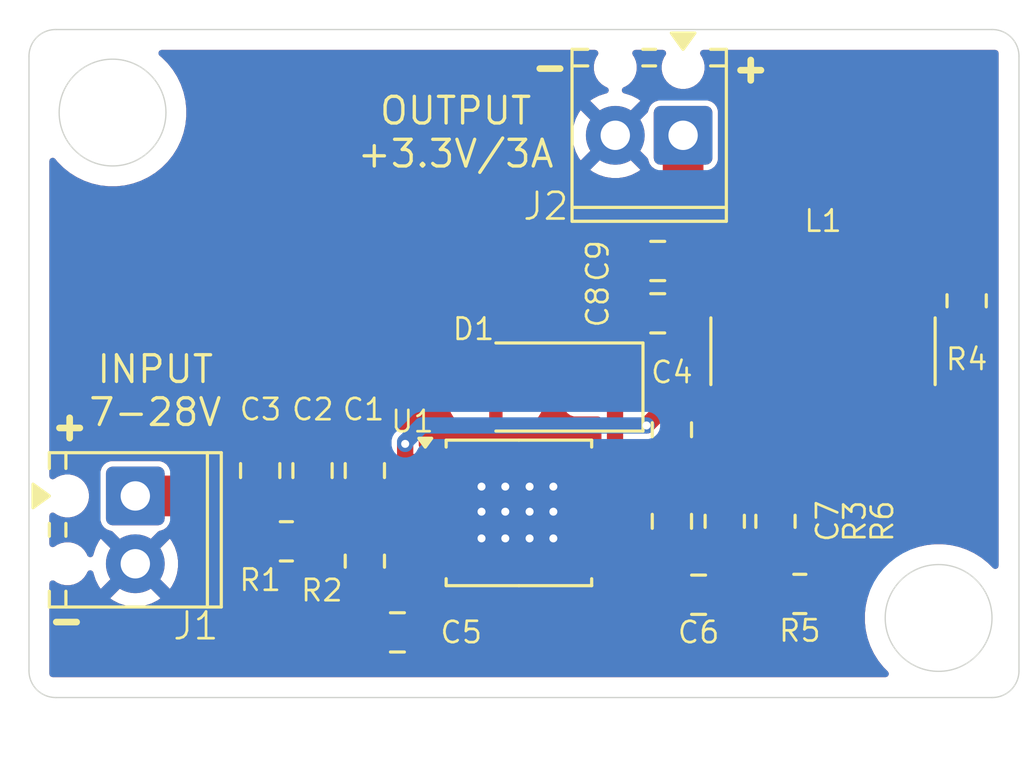
<source format=kicad_pcb>
(kicad_pcb (version 20241229) (generator "pcbnew") (generator_version "9.0")
  (layers (0 "F.Cu" signal) (2 "B.Cu" signal) (13 "F.Paste" user) (15 "B.Paste" user) (5 "F.SilkS" user "F.Silkscreen") (7 "B.SilkS" user "B.Silkscreen") (1 "F.Mask" user) (3 "B.Mask" user) (25 "Edge.Cuts" user))
  (net 0 "")
  (net 1 "GND")
  (net 2 "Net-(D1-K)")
  (net 3 "Net-(U1-BOOT)")
  (net 4 "Net-(U1-SS)")
  (net 5 "Net-(C6-Pad2)")
  (net 6 "Net-(U1-COMP)")
  (net 7 "Net-(U1-EN)")
  (net 8 "Net-(R4-Pad2)")
  (net 9 "Net-(U1-VSENSE)")
  (net 10 "Net-(J1-Pin_1)")
  (net 11 "Net-(J2-Pin_1)")
  (footprint "Package_SO:SOIC-8_5.23x5.23mm_P1.27mm" (layer "F.Cu") (at 190.8 95.845)
    (property "Reference" "U1" (at -3.99 -3.425 0) (layer "F.SilkS") (effects (font (size 0.8 0.8) (thickness 0.1) (bold yes))))
    (property "Value" "TPS54331D" (hide yes))
    (fp_line (start -2.725 -2.725) (end -2.725 -2.465) (stroke (width 0.12)) (layer "F.SilkS"))
    (fp_line (start -2.725 2.725) (end -2.725 2.465) (stroke (width 0.12)) (layer "F.SilkS"))
    (fp_line (start 0 -2.725) (end -2.725 -2.725) (stroke (width 0.12)) (layer "F.SilkS"))
    (fp_line (start 0 -2.725) (end 2.725 -2.725) (stroke (width 0.12)) (layer "F.SilkS"))
    (fp_line (start 0 2.725) (end -2.725 2.725) (stroke (width 0.12)) (layer "F.SilkS"))
    (fp_line (start 0 2.725) (end 2.725 2.725) (stroke (width 0.12)) (layer "F.SilkS"))
    (fp_line (start 2.725 -2.725) (end 2.725 -2.465) (stroke (width 0.12)) (layer "F.SilkS"))
    (fp_line (start 2.725 2.725) (end 2.725 2.465) (stroke (width 0.12)) (layer "F.SilkS"))
    (fp_poly (pts (xy -3.5075 -2.465) (xy -3.7475 -2.795) (xy -3.2675 -2.795) (xy -3.5075 -2.465)) (stroke (width 0.12)) (fill yes) (layer "F.SilkS"))
    (pad "1" smd roundrect (at -3.6 -1.905) (size 1.6 0.6) (layers "F.Cu" "F.Mask" "F.Paste") (net 3 "Net-(U1-BOOT)"))
    (pad "2" smd roundrect (at -3.6 -0.635) (size 1.6 0.6) (layers "F.Cu" "F.Mask" "F.Paste") (net 10 "Net-(J1-Pin_1)"))
    (pad "3" smd roundrect (at -3.6 0.635) (size 1.6 0.6) (layers "F.Cu" "F.Mask" "F.Paste") (net 7 "Net-(U1-EN)"))
    (pad "4" smd roundrect (at -3.6 1.905) (size 1.6 0.6) (layers "F.Cu" "F.Mask" "F.Paste") (net 4 "Net-(U1-SS)"))
    (pad "5" smd roundrect (at 3.6 1.905) (size 1.6 0.6) (layers "F.Cu" "F.Mask" "F.Paste") (net 9 "Net-(U1-VSENSE)"))
    (pad "6" smd roundrect (at 3.6 0.635) (size 1.6 0.6) (layers "F.Cu" "F.Mask" "F.Paste") (net 6 "Net-(U1-COMP)"))
    (pad "7" smd roundrect (at 3.6 -0.635) (size 1.6 0.6) (layers "F.Cu" "F.Mask" "F.Paste") (net 1 "GND"))
    (pad "8" smd roundrect (at 3.6 -1.905) (size 1.6 0.6) (layers "F.Cu" "F.Mask" "F.Paste") (net 2 "Net-(D1-K)"))
  )
  (footprint "Resistor_SMD:R_0805_2012Metric" (layer "F.Cu") (at 185.03 97.6525 -90)
    (property "Reference" "R2" (at 1.0975 1.61 180) (layer "F.SilkS") (effects (font (size 0.8 0.8) (thickness 0.1) (bold yes))))
    (property "Value" "68.1K" (hide yes))
    (fp_line (start -0.227064 0.735) (end 0.227064 0.735) (stroke (width 0.12)) (layer "F.SilkS"))
    (fp_line (start -0.227064 -0.735) (end 0.227064 -0.735) (stroke (width 0.12)) (layer "F.SilkS"))
    (pad "1" smd roundrect (at -0.9125 0 270) (size 1.025 1.4) (layers "F.Cu" "F.Mask" "F.Paste") (roundrect_rratio 0.243902) (net 7 "Net-(U1-EN)"))
    (pad "2" smd roundrect (at 0.9125 0 270) (size 1.025 1.4) (layers "F.Cu" "F.Mask" "F.Paste") (roundrect_rratio 0.243902) (net 1 "GND"))
  )
  (footprint "TerminalBlock_Phoenix:TerminalBlock_Phoenix_MPT-0,5-2-2.54_1x02_P2.54mm_Horizontal" (layer "F.Cu") (at 176.4325 95.21 -90)
    (property "Reference" "J1" (at 4.87 -2.2675 180) (layer "F.SilkS") (effects (font (thickness 0.1))))
    (property "Value" "Screw_Terminal_01x02")
    (fp_line (start -1.62 3.22) (end -1.03 3.22) (stroke (width 0.12)) (layer "F.SilkS"))
    (fp_line (start 1.03 3.22) (end 1.51 3.22) (stroke (width 0.12)) (layer "F.SilkS"))
    (fp_line (start 3.57 3.22) (end 4.16 3.22) (stroke (width 0.12)) (layer "F.SilkS"))
    (fp_line (start -1.62 2.6) (end -1.03 2.6) (stroke (width 0.12)) (layer "F.SilkS"))
    (fp_line (start 1.03 2.6) (end 1.51 2.6) (stroke (width 0.12)) (layer "F.SilkS"))
    (fp_line (start 3.57 2.6) (end 4.16 2.6) (stroke (width 0.12)) (layer "F.SilkS"))
    (fp_line (start -1.62 -2.7) (end 4.16 -2.7) (stroke (width 0.12)) (layer "F.SilkS"))
    (fp_line (start -1.62 -3.22) (end -1.62 3.22) (stroke (width 0.12)) (layer "F.SilkS"))
    (fp_line (start -1.62 -3.22) (end 4.16 -3.22) (stroke (width 0.12)) (layer "F.SilkS"))
    (fp_line (start 4.16 -3.22) (end 4.16 3.22) (stroke (width 0.12)) (layer "F.SilkS"))
    (fp_poly (pts (xy 0 3.22) (xy 0.44 3.83) (xy -0.44 3.83) (xy 0 3.22)) (stroke (width 0.12)) (fill yes) (layer "F.SilkS"))
    (pad "" np_thru_hole circle (at 0 2.54 270) (size 1.1 1.1) (drill 1.1) (layers "*.Cu" "*.Mask"))
    (pad "" np_thru_hole circle (at 2.54 2.54 270) (size 1.1 1.1) (drill 1.1) (layers "*.Cu" "*.Mask"))
    (pad "1" thru_hole roundrect (at 0 0 270) (size 2.2 2.2) (drill 1.1) (layers "*.Cu" "*.Mask") (roundrect_rratio 0.113636) (net 10 "Net-(J1-Pin_1)"))
    (pad "2" thru_hole circle (at 2.54 0 270) (size 2.2 2.2) (drill 1.1) (layers "*.Cu" "*.Mask") (net 1 "GND"))
  )
  (footprint "Inductor_SMD:L_Bourns-SRN8040_8x8.15mm" (layer "F.Cu") (at 202.19 89.79 90)
    (property "Reference" "L1" (at 4.88 0 180) (layer "F.SilkS") (effects (font (size 0.8 0.8) (thickness 0.1) (bold yes))))
    (property "Value" "6.8uH" (hide yes))
    (fp_line (start 1.25 -4.2) (end -1.25 -4.2) (stroke (width 0.12)) (layer "F.SilkS"))
    (fp_line (start -1.25 4.2) (end 1.25 4.2) (stroke (width 0.12)) (layer "F.SilkS"))
    (pad "1" smd rect (at -2.8 0 90) (size 2.6 8.2) (layers "F.Cu" "F.Mask" "F.Paste") (net 2 "Net-(D1-K)"))
    (pad "2" smd rect (at 2.8 0 90) (size 2.6 8.2) (layers "F.Cu" "F.Mask" "F.Paste") (net 11 "Net-(J2-Pin_1)"))
  )
  (footprint "Capacitor_SMD:C_0805_2012Metric" (layer "F.Cu") (at 196.53 96.16 90)
    (property "Reference" "C7" (at 0.01 5.83 270) (layer "F.SilkS") (effects (font (size 0.8 0.8) (thickness 0.1) (bold yes))))
    (property "Value" "47pF" (hide yes))
    (fp_line (start -0.261252 -0.735) (end 0.261252 -0.735) (stroke (width 0.12)) (layer "F.SilkS"))
    (fp_line (start -0.261252 0.735) (end 0.261252 0.735) (stroke (width 0.12)) (layer "F.SilkS"))
    (pad "1" smd roundrect (at -0.95 0 90) (size 1 1.45) (layers "F.Cu" "F.Mask" "F.Paste") (net 6 "Net-(U1-COMP)"))
    (pad "2" smd roundrect (at 0.95 0 90) (size 1 1.45) (layers "F.Cu" "F.Mask" "F.Paste") (net 1 "GND"))
  )
  (footprint "Capacitor_SMD:C_0805_2012Metric" (layer "F.Cu") (at 183.07 94.26 90)
    (property "Reference" "C2" (at 2.29 0.01 0) (layer "F.SilkS") (effects (font (size 0.8 0.8) (thickness 0.1) (bold yes))))
    (property "Value" "4.7uF" (hide yes))
    (fp_line (start -0.261252 -0.735) (end 0.261252 -0.735) (stroke (width 0.12)) (layer "F.SilkS"))
    (fp_line (start -0.261252 0.735) (end 0.261252 0.735) (stroke (width 0.12)) (layer "F.SilkS"))
    (pad "1" smd roundrect (at -0.95 0 90) (size 1 1.45) (layers "F.Cu" "F.Mask" "F.Paste") (net 10 "Net-(J1-Pin_1)"))
    (pad "2" smd roundrect (at 0.95 0 90) (size 1 1.45) (layers "F.Cu" "F.Mask" "F.Paste") (net 1 "GND"))
  )
  (footprint "Diode_SMD:D_SMA" (layer "F.Cu") (at 191.9375 91.13 180)
    (property "Reference" "D1" (at 2.8375 2.17 180) (layer "F.SilkS") (effects (font (size 0.8 0.8) (thickness 0.1) (bold yes))))
    (property "Value" "B340" (hide yes))
    (fp_line (start -3.51 1.65) (end 2 1.65) (stroke (width 0.12)) (layer "F.SilkS"))
    (fp_line (start -3.51 -1.65) (end 2 -1.65) (stroke (width 0.12)) (layer "F.SilkS"))
    (fp_line (start -3.51 -1.65) (end -3.51 1.65) (stroke (width 0.12)) (layer "F.SilkS"))
    (pad "1" smd roundrect (at -2 0 180) (size 2.5 1.8) (layers "F.Cu" "F.Mask" "F.Paste") (roundrect_rratio 0.1388888889) (net 2 "Net-(D1-K)"))
    (pad "2" smd roundrect (at 2 0 180) (size 2.5 1.8) (layers "F.Cu" "F.Mask" "F.Paste") (roundrect_rratio 0.1388888889) (net 1 "GND"))
  )
  (footprint "Capacitor_SMD:C_0805_2012Metric" (layer "F.Cu") (at 196 88.37 180)
    (property "Reference" "C8" (at 2.25 0.25 270) (layer "F.SilkS") (effects (font (size 0.8 0.8) (thickness 0.1) (bold yes))))
    (property "Value" "47uF" (hide yes))
    (fp_line (start -0.261252 0.735) (end 0.261252 0.735) (stroke (width 0.12)) (layer "F.SilkS"))
    (fp_line (start -0.261252 -0.735) (end 0.261252 -0.735) (stroke (width 0.12)) (layer "F.SilkS"))
    (pad "1" smd roundrect (at -0.95 0 180) (size 1 1.45) (layers "F.Cu" "F.Mask" "F.Paste") (net 11 "Net-(J2-Pin_1)"))
    (pad "2" smd roundrect (at 0.95 0 180) (size 1 1.45) (layers "F.Cu" "F.Mask" "F.Paste") (net 1 "GND"))
  )
  (footprint "Resistor_SMD:R_0805_2012Metric" (layer "F.Cu") (at 201.3225 98.88 180)
    (property "Reference" "R5" (at 0 -1.38 0) (layer "F.SilkS") (effects (font (size 0.8 0.8) (thickness 0.1) (bold yes))))
    (property "Value" "10.2K" (hide yes))
    (fp_line (start -0.227064 0.735) (end 0.227064 0.735) (stroke (width 0.12)) (layer "F.SilkS"))
    (fp_line (start -0.227064 -0.735) (end 0.227064 -0.735) (stroke (width 0.12)) (layer "F.SilkS"))
    (pad "1" smd roundrect (at -0.9125 0 180) (size 1.025 1.4) (layers "F.Cu" "F.Mask" "F.Paste") (roundrect_rratio 0.243902) (net 8 "Net-(R4-Pad2)"))
    (pad "2" smd roundrect (at 0.9125 0 180) (size 1.025 1.4) (layers "F.Cu" "F.Mask" "F.Paste") (roundrect_rratio 0.243902) (net 9 "Net-(U1-VSENSE)"))
  )
  (footprint "Resistor_SMD:R_0805_2012Metric" (layer "F.Cu") (at 182.09 96.91)
    (property "Reference" "R1" (at -0.98 1.45 180) (layer "F.SilkS") (effects (font (size 0.8 0.8) (thickness 0.1) (bold yes))))
    (property "Value" "332K" (hide yes))
    (fp_line (start -0.227064 -0.735) (end 0.227064 -0.735) (stroke (width 0.12)) (layer "F.SilkS"))
    (fp_line (start -0.227064 0.735) (end 0.227064 0.735) (stroke (width 0.12)) (layer "F.SilkS"))
    (pad "1" smd roundrect (at -0.9125 0) (size 1.025 1.4) (layers "F.Cu" "F.Mask" "F.Paste") (roundrect_rratio 0.243902) (net 10 "Net-(J1-Pin_1)"))
    (pad "2" smd roundrect (at 0.9125 0) (size 1.025 1.4) (layers "F.Cu" "F.Mask" "F.Paste") (roundrect_rratio 0.243902) (net 7 "Net-(U1-EN)"))
  )
  (footprint "Resistor_SMD:R_0805_2012Metric" (layer "F.Cu") (at 200.41 96.16 90)
    (property "Reference" "R6" (at 0 4 270) (layer "F.SilkS") (effects (font (size 0.8 0.8) (thickness 0.1) (bold yes))))
    (property "Value" "3.24K" (hide yes))
    (fp_line (start -0.227064 -0.735) (end 0.227064 -0.735) (stroke (width 0.12)) (layer "F.SilkS"))
    (fp_line (start -0.227064 0.735) (end 0.227064 0.735) (stroke (width 0.12)) (layer "F.SilkS"))
    (pad "1" smd roundrect (at -0.9125 0 90) (size 1.025 1.4) (layers "F.Cu" "F.Mask" "F.Paste") (roundrect_rratio 0.243902) (net 9 "Net-(U1-VSENSE)"))
    (pad "2" smd roundrect (at 0.9125 0 90) (size 1.025 1.4) (layers "F.Cu" "F.Mask" "F.Paste") (roundrect_rratio 0.243902) (net 1 "GND"))
  )
  (footprint "Capacitor_SMD:C_0805_2012Metric" (layer "F.Cu") (at 186.25 100.32 180)
    (property "Reference" "C5" (at -2.39 0 0) (layer "F.SilkS") (effects (font (size 0.8 0.8) (thickness 0.1) (bold yes))))
    (property "Value" "0.01uF" (hide yes))
    (fp_line (start -0.261252 0.735) (end 0.261252 0.735) (stroke (width 0.12)) (layer "F.SilkS"))
    (fp_line (start -0.261252 -0.735) (end 0.261252 -0.735) (stroke (width 0.12)) (layer "F.SilkS"))
    (pad "1" smd roundrect (at -0.95 0 180) (size 1 1.45) (layers "F.Cu" "F.Mask" "F.Paste") (net 4 "Net-(U1-SS)"))
    (pad "2" smd roundrect (at 0.95 0 180) (size 1 1.45) (layers "F.Cu" "F.Mask" "F.Paste") (net 1 "GND"))
  )
  (footprint "Capacitor_SMD:C_0805_2012Metric" (layer "F.Cu") (at 197.53 98.91)
    (property "Reference" "C6" (at 0 1.41 0) (layer "F.SilkS") (effects (font (size 0.8 0.8) (thickness 0.1) (bold yes))))
    (property "Value" "1000pF" (hide yes))
    (fp_line (start -0.261252 -0.735) (end 0.261252 -0.735) (stroke (width 0.12)) (layer "F.SilkS"))
    (fp_line (start -0.261252 0.735) (end 0.261252 0.735) (stroke (width 0.12)) (layer "F.SilkS"))
    (pad "1" smd roundrect (at -0.95 0) (size 1 1.45) (layers "F.Cu" "F.Mask" "F.Paste") (net 6 "Net-(U1-COMP)"))
    (pad "2" smd roundrect (at 0.95 0) (size 1 1.45) (layers "F.Cu" "F.Mask" "F.Paste") (net 5 "Net-(C6-Pad2)"))
  )
  (footprint "TerminalBlock_Phoenix:TerminalBlock_Phoenix_MPT-0,5-2-2.54_1x02_P2.54mm_Horizontal" (layer "F.Cu") (at 196.95 81.7025 180)
    (property "Reference" "J2" (at 5.14 -2.6575 0) (layer "F.SilkS") (effects (font (thickness 0.1))))
    (property "Value" "Screw_Terminal_01x02")
    (fp_line (start 4.16 -3.22) (end 4.16 3.22) (stroke (width 0.12)) (layer "F.SilkS"))
    (fp_line (start 3.57 3.22) (end 4.16 3.22) (stroke (width 0.12)) (layer "F.SilkS"))
    (fp_line (start 3.57 2.6) (end 4.16 2.6) (stroke (width 0.12)) (layer "F.SilkS"))
    (fp_line (start 1.03 3.22) (end 1.51 3.22) (stroke (width 0.12)) (layer "F.SilkS"))
    (fp_line (start 1.03 2.6) (end 1.51 2.6) (stroke (width 0.12)) (layer "F.SilkS"))
    (fp_line (start -1.62 3.22) (end -1.03 3.22) (stroke (width 0.12)) (layer "F.SilkS"))
    (fp_line (start -1.62 2.6) (end -1.03 2.6) (stroke (width 0.12)) (layer "F.SilkS"))
    (fp_line (start -1.62 -2.7) (end 4.16 -2.7) (stroke (width 0.12)) (layer "F.SilkS"))
    (fp_line (start -1.62 -3.22) (end 4.16 -3.22) (stroke (width 0.12)) (layer "F.SilkS"))
    (fp_line (start -1.62 -3.22) (end -1.62 3.22) (stroke (width 0.12)) (layer "F.SilkS"))
    (fp_poly (pts (xy 0 3.22) (xy 0.44 3.83) (xy -0.44 3.83) (xy 0 3.22)) (stroke (width 0.12)) (fill yes) (layer "F.SilkS"))
    (pad "" np_thru_hole circle (at 0 2.54 180) (size 1.1 1.1) (drill 1.1) (layers "*.Cu" "*.Mask"))
    (pad "" np_thru_hole circle (at 2.54 2.54 180) (size 1.1 1.1) (drill 1.1) (layers "*.Cu" "*.Mask"))
    (pad "1" thru_hole roundrect (at 0 0 180) (size 2.2 2.2) (drill 1.1) (layers "*.Cu" "*.Mask") (roundrect_rratio 0.113636) (net 11 "Net-(J2-Pin_1)"))
    (pad "2" thru_hole circle (at 2.54 0 180) (size 2.2 2.2) (drill 1.1) (layers "*.Cu" "*.Mask") (net 1 "GND"))
  )
  (footprint "Resistor_SMD:R_0805_2012Metric" (layer "F.Cu") (at 207.57 87.9 -90)
    (property "Reference" "R4" (at 2.19 0 180) (layer "F.SilkS") (effects (font (size 0.8 0.8) (thickness 0.1) (bold yes))))
    (property "Value" "0R" (hide yes))
    (fp_line (start -0.227064 0.735) (end 0.227064 0.735) (stroke (width 0.12)) (layer "F.SilkS"))
    (fp_line (start -0.227064 -0.735) (end 0.227064 -0.735) (stroke (width 0.12)) (layer "F.SilkS"))
    (pad "1" smd roundrect (at -0.9125 0 270) (size 1.025 1.4) (layers "F.Cu" "F.Mask" "F.Paste") (roundrect_rratio 0.243902) (net 11 "Net-(J2-Pin_1)"))
    (pad "2" smd roundrect (at 0.9125 0 270) (size 1.025 1.4) (layers "F.Cu" "F.Mask" "F.Paste") (roundrect_rratio 0.243902) (net 8 "Net-(R4-Pad2)"))
  )
  (footprint "Capacitor_SMD:C_0805_2012Metric" (layer "F.Cu") (at 196.53 92.73 90)
    (property "Reference" "C4" (at 2.15 0 0) (layer "F.SilkS") (effects (font (size 0.8 0.8) (thickness 0.1) (bold yes))))
    (property "Value" "0.1uF" (hide yes))
    (fp_line (start -0.261252 -0.735) (end 0.261252 -0.735) (stroke (width 0.12)) (layer "F.SilkS"))
    (fp_line (start -0.261252 0.735) (end 0.261252 0.735) (stroke (width 0.12)) (layer "F.SilkS"))
    (pad "1" smd roundrect (at -0.95 0 90) (size 1 1.45) (layers "F.Cu" "F.Mask" "F.Paste") (net 2 "Net-(D1-K)"))
    (pad "2" smd roundrect (at 0.95 0 90) (size 1 1.45) (layers "F.Cu" "F.Mask" "F.Paste") (net 3 "Net-(U1-BOOT)"))
  )
  (footprint "Capacitor_SMD:C_0805_2012Metric" (layer "F.Cu") (at 185.03 94.26 90)
    (property "Reference" "C1" (at 2.29 -0.05 0) (layer "F.SilkS") (effects (font (size 0.8 0.8) (thickness 0.1) (bold yes))))
    (property "Value" "4.7uF" (hide yes))
    (fp_line (start -0.261252 -0.735) (end 0.261252 -0.735) (stroke (width 0.12)) (layer "F.SilkS"))
    (fp_line (start -0.261252 0.735) (end 0.261252 0.735) (stroke (width 0.12)) (layer "F.SilkS"))
    (pad "1" smd roundrect (at -0.95 0 90) (size 1 1.45) (layers "F.Cu" "F.Mask" "F.Paste") (net 10 "Net-(J1-Pin_1)"))
    (pad "2" smd roundrect (at 0.95 0 90) (size 1 1.45) (layers "F.Cu" "F.Mask" "F.Paste") (net 1 "GND"))
  )
  (footprint "Capacitor_SMD:C_0805_2012Metric" (layer "F.Cu") (at 181.11 94.26 90)
    (property "Reference" "C3" (at 2.29 0.01 0) (layer "F.SilkS") (effects (font (size 0.8 0.8) (thickness 0.1) (bold yes))))
    (property "Value" "0.01uF" (hide yes))
    (fp_line (start -0.261252 -0.735) (end 0.261252 -0.735) (stroke (width 0.12)) (layer "F.SilkS"))
    (fp_line (start -0.261252 0.735) (end 0.261252 0.735) (stroke (width 0.12)) (layer "F.SilkS"))
    (pad "1" smd roundrect (at -0.95 0 90) (size 1 1.45) (layers "F.Cu" "F.Mask" "F.Paste") (net 10 "Net-(J1-Pin_1)"))
    (pad "2" smd roundrect (at 0.95 0 90) (size 1 1.45) (layers "F.Cu" "F.Mask" "F.Paste") (net 1 "GND"))
  )
  (footprint "Capacitor_SMD:C_0805_2012Metric" (layer "F.Cu") (at 196 86.41 180)
    (property "Reference" "C9" (at 2.25 0 270) (layer "F.SilkS") (effects (font (size 0.8 0.8) (thickness 0.1) (bold yes))))
    (property "Value" "47uF" (hide yes))
    (fp_line (start -0.261252 0.735) (end 0.261252 0.735) (stroke (width 0.12)) (layer "F.SilkS"))
    (fp_line (start -0.261252 -0.735) (end 0.261252 -0.735) (stroke (width 0.12)) (layer "F.SilkS"))
    (pad "1" smd roundrect (at -0.95 0 180) (size 1 1.45) (layers "F.Cu" "F.Mask" "F.Paste") (net 11 "Net-(J2-Pin_1)"))
    (pad "2" smd roundrect (at 0.95 0 180) (size 1 1.45) (layers "F.Cu" "F.Mask" "F.Paste") (net 1 "GND"))
  )
  (footprint "Resistor_SMD:R_0805_2012Metric" (layer "F.Cu") (at 198.51 96.16 90)
    (property "Reference" "R3" (at 0 4.87 90) (layer "F.SilkS") (effects (font (size 0.8 0.8) (thickness 0.1) (bold yes))))
    (property "Value" "29.4K" (hide yes))
    (fp_line (start -0.227064 -0.735) (end 0.227064 -0.735) (stroke (width 0.12)) (layer "F.SilkS"))
    (fp_line (start -0.227064 0.735) (end 0.227064 0.735) (stroke (width 0.12)) (layer "F.SilkS"))
    (pad "1" smd roundrect (at -0.9125 0 90) (size 1.025 1.4) (layers "F.Cu" "F.Mask" "F.Paste") (roundrect_rratio 0.243902) (net 5 "Net-(C6-Pad2)"))
    (pad "2" smd roundrect (at 0.9125 0 90) (size 1.025 1.4) (layers "F.Cu" "F.Mask" "F.Paste") (roundrect_rratio 0.243902) (net 1 "GND"))
  )
  (gr_arc (start 173.45 102.76) (mid 172.742893 102.467107) (end 172.45 101.76) (stroke (width 0.05)) (layer "Edge.Cuts"))
  (gr_line (start 172.45 101.76) (end 172.45 78.74) (stroke (width 0.05)) (layer "Edge.Cuts"))
  (gr_line (start 209.53 78.74) (end 209.53 101.76) (stroke (width 0.05)) (layer "Edge.Cuts"))
  (gr_circle (center 206.52 99.78) (end 208.52 99.78) (stroke (width 0.05)) (fill no) (layer "Edge.Cuts"))
  (gr_arc (start 208.53 77.74) (mid 209.237107 78.032893) (end 209.53 78.74) (stroke (width 0.05)) (layer "Edge.Cuts"))
  (gr_arc (start 172.45 78.74) (mid 172.742893 78.032893) (end 173.45 77.74) (stroke (width 0.05)) (layer "Edge.Cuts"))
  (gr_arc (start 209.53 101.76) (mid 209.237107 102.467107) (end 208.53 102.76) (stroke (width 0.05)) (layer "Edge.Cuts"))
  (gr_line (start 208.53 102.76) (end 173.45 102.76) (stroke (width 0.05)) (layer "Edge.Cuts"))
  (gr_line (start 173.45 77.74) (end 208.53 77.74) (stroke (width 0.05)) (layer "Edge.Cuts"))
  (gr_circle (center 175.58 80.85) (end 177.58 80.85) (stroke (width 0.05)) (fill no) (layer "Edge.Cuts"))
  (gr_text "INPUT\n7-28V" (at 177.18 92.66 0) (layer "F.SilkS") (effects (font (size 1 1) (thickness 0.125)) (justify bottom)))
  (gr_text "-" (at 191.18 79.72 0) (layer "F.SilkS") (effects (font (size 1 1) (thickness 0.25) (bold yes)) (justify left bottom)))
  (gr_text "OUTPUT\n+3.3V/3A" (at 188.43 82.98 0) (layer "F.SilkS") (effects (font (size 1 1) (thickness 0.125)) (justify bottom)))
  (gr_text "-" (at 173.07 100.45 0) (layer "F.SilkS") (effects (font (size 1 1) (thickness 0.25) (bold yes)) (justify left bottom)))
  (gr_text "+" (at 173.19 93.18 0) (layer "F.SilkS") (effects (font (size 1 1) (thickness 0.25) (bold yes)) (justify left bottom)))
  (gr_text "+" (at 198.7 79.78 0) (layer "F.SilkS") (effects (font (size 1 1) (thickness 0.25) (bold yes)) (justify left bottom)))
  (segment (start 185.3 98.835) (end 185.03 98.565) (width 0.6096) (layer "F.Cu") (net 1))
  (segment (start 185.3 100.32) (end 185.3 98.835) (width 0.6096) (layer "F.Cu") (net 1))
  (via (at 191.2 96.8) (size 0.6) (drill 0.3) (layers "F.Cu" "B.Cu") (net 1))
  (via (at 189.4 94.86) (size 0.6) (drill 0.3) (layers "F.Cu" "B.Cu") (net 1))
  (via (at 192.09 94.86) (size 0.6) (drill 0.3) (layers "F.Cu" "B.Cu") (net 1))
  (via (at 189.4 96.8) (size 0.6) (drill 0.3) (layers "F.Cu" "B.Cu") (net 1))
  (via (at 190.29 95.8) (size 0.6) (drill 0.3) (layers "F.Cu" "B.Cu") (net 1))
  (via (at 191.2 95.8) (size 0.6) (drill 0.3) (layers "F.Cu" "B.Cu") (net 1))
  (via (at 192.09 95.8) (size 0.6) (drill 0.3) (layers "F.Cu" "B.Cu") (net 1))
  (via (at 191.2 94.86) (size 0.6) (drill 0.3) (layers "F.Cu" "B.Cu") (net 1))
  (via (at 189.4 95.8) (size 0.6) (drill 0.3) (layers "F.Cu" "B.Cu") (net 1))
  (via (at 190.29 96.8) (size 0.6) (drill 0.3) (layers "F.Cu" "B.Cu") (net 1))
  (via (at 192.09 96.8) (size 0.6) (drill 0.3) (layers "F.Cu" "B.Cu") (net 1))
  (via (at 190.29 94.86) (size 0.6) (drill 0.3) (layers "F.Cu" "B.Cu") (net 1))
  (segment (start 194.4 93.94) (end 194.4 91.5925) (width 0.6096) (layer "F.Cu") (net 2))
  (segment (start 201.1 93.68) (end 196.53 93.68) (width 1.016) (layer "F.Cu") (net 2))
  (segment (start 202.19 92.59) (end 201.1 93.68) (width 1.016) (layer "F.Cu") (net 2))
  (segment (start 194.41 93.93) (end 194.4 93.94) (width 0.6096) (layer "F.Cu") (net 2))
  (segment (start 196.53 93.68) (end 196.28 93.93) (width 0.6096) (layer "F.Cu") (net 2))
  (segment (start 194.4 91.5925) (end 193.9375 91.13) (width 0.6096) (layer "F.Cu") (net 2))
  (segment (start 196.28 93.93) (end 194.41 93.93) (width 0.6096) (layer "F.Cu") (net 2))
  (segment (start 196.37 91.78) (end 196.53 91.78) (width 0.6096) (layer "F.Cu") (net 3))
  (segment (start 186.54 93.94) (end 187.2 93.94) (width 0.6096) (layer "F.Cu") (net 3))
  (segment (start 195.58 92.57) (end 196.37 91.78) (width 0.6096) (layer "F.Cu") (net 3))
  (segment (start 186.54 93.26) (end 186.54 93.94) (width 0.6096) (layer "F.Cu") (net 3))
  (via (at 195.58 92.57) (size 0.6) (drill 0.3) (layers "F.Cu" "B.Cu") (net 3))
  (via (at 186.54 93.26) (size 0.6) (drill 0.3) (layers "F.Cu" "B.Cu") (net 3))
  (segment (start 187.16 92.57) (end 195.58 92.57) (width 0.6096) (layer "B.Cu") (net 3))
  (segment (start 186.54 93.26) (end 186.54 93.19) (width 0.6096) (layer "B.Cu") (net 3))
  (segment (start 186.54 93.19) (end 187.16 92.57) (width 0.6096) (layer "B.Cu") (net 3))
  (segment (start 187.2 97.75) (end 187.2 100.32) (width 0.6096) (layer "F.Cu") (net 4))
  (segment (start 198.51 98.88) (end 198.48 98.91) (width 0.6096) (layer "F.Cu") (net 5))
  (segment (start 198.51 97.0725) (end 198.51 98.88) (width 0.6096) (layer "F.Cu") (net 5))
  (segment (start 195.62 96.48) (end 196.25 97.11) (width 0.6096) (layer "F.Cu") (net 6))
  (segment (start 196.53 97.11) (end 196.53 98.86) (width 0.6096) (layer "F.Cu") (net 6))
  (segment (start 194.4 96.48) (end 195.62 96.48) (width 0.6096) (layer "F.Cu") (net 6))
  (segment (start 196.53 98.86) (end 196.58 98.91) (width 0.6096) (layer "F.Cu") (net 6))
  (segment (start 196.25 97.11) (end 196.53 97.11) (width 0.6096) (layer "F.Cu") (net 6))
  (segment (start 187.2 96.48) (end 185.29 96.48) (width 0.6096) (layer "F.Cu") (net 7))
  (segment (start 185.29 96.48) (end 185.03 96.74) (width 0.6096) (layer "F.Cu") (net 7))
  (segment (start 185.03 96.74) (end 183.1725 96.74) (width 0.6096) (layer "F.Cu") (net 7))
  (segment (start 183.1725 96.74) (end 183.0025 96.91) (width 0.6096) (layer "F.Cu") (net 7))
  (segment (start 202.94 98.88) (end 202.235 98.88) (width 0.508) (layer "F.Cu") (net 8))
  (segment (start 207.57 88.8125) (end 207.57 94.25) (width 0.508) (layer "F.Cu") (net 8))
  (segment (start 207.57 94.25) (end 202.94 98.88) (width 0.508) (layer "F.Cu") (net 8))
  (segment (start 200.41 97.0725) (end 200.41 98.88) (width 0.6096) (layer "F.Cu") (net 9))
  (segment (start 200.41 99.08) (end 200.41 98.88) (width 0.4064) (layer "F.Cu") (net 9))
  (segment (start 195.74 100.18) (end 199.31 100.18) (width 0.4064) (layer "F.Cu") (net 9))
  (segment (start 199.31 100.18) (end 200.41 99.08) (width 0.4064) (layer "F.Cu") (net 9))
  (segment (start 194.4 97.75) (end 194.4 98.84) (width 0.4064) (layer "F.Cu") (net 9))
  (segment (start 194.4 98.84) (end 195.74 100.18) (width 0.4064) (layer "F.Cu") (net 9))
  (segment (start 187.2 95.21) (end 185.03 95.21) (width 0.6096) (layer "F.Cu") (net 10))
  (segment (start 185.03 95.21) (end 183.07 95.21) (width 0.8128) (layer "F.Cu") (net 10))
  (segment (start 176.4325 95.21) (end 181.11 95.21) (width 1.524) (layer "F.Cu") (net 10))
  (segment (start 181.1775 95.2775) (end 181.11 95.21) (width 0.8128) (layer "F.Cu") (net 10))
  (segment (start 181.1775 96.91) (end 181.1775 95.2775) (width 0.8128) (layer "F.Cu") (net 10))
  (segment (start 183.07 95.21) (end 181.11 95.21) (width 0.8128) (layer "F.Cu") (net 10))
  (segment (start 202.19 86.99) (end 201.65 86.45) (width 1.524) (layer "F.Cu") (net 11))
  (segment (start 196.95 88.37) (end 198.33 86.99) (width 1.524) (layer "F.Cu") (net 11))
  (segment (start 197.72 86.45) (end 196.95 87.22) (width 1.524) (layer "F.Cu") (net 11))
  (segment (start 207.57 86.9875) (end 202.1925 86.9875) (width 0.508) (layer "F.Cu") (net 11))
  (segment (start 196.95 81.7025) (end 196.95 86.41) (width 1.524) (layer "F.Cu") (net 11))
  (segment (start 202.1925 86.9875) (end 202.19 86.99) (width 0.508) (layer "F.Cu") (net 11))
  (segment (start 201.65 86.45) (end 197.72 86.45) (width 1.524) (layer "F.Cu") (net 11))
  (segment (start 196.95 86.41) (end 196.95 87.22) (width 1.524) (layer "F.Cu") (net 11))
  (segment (start 196.95 87.22) (end 196.95 88.37) (width 1.524) (layer "F.Cu") (net 11))
  (segment (start 198.33 86.99) (end 202.19 86.99) (width 1.524) (layer "F.Cu") (net 11))
  (zone (net 1) (net_name "GND") (layers "F.Cu" "B.Cu") (name "GND") (priority 1) (connect_pads (clearance 0)) (min_thickness 0.25) (fill yes (thermal_gap 0.5) (thermal_bridge_width 0.5))
    (polygon (pts (xy 172.04 77.58) (xy 172.061077 103.4) (xy 209.743204 103.4) (xy 209.68 77.36) (xy 172.04 77.37)))
  )
)
</source>
